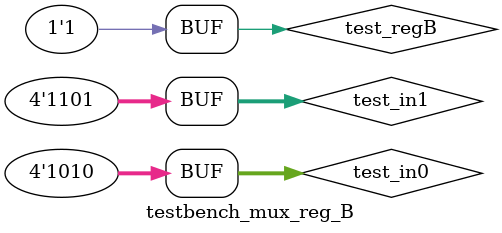
<source format=v>
module testbench_mux_reg_B();
    
    reg  [3:0]test_in0;
    reg  [3:0]test_in1;
    wire [3:0]test_rn2;
    reg test_regB;
    mux_reg_B uut(.in0(test_in0),.in1(test_in1),.regB(test_regB),.rn2(test_rn2));

    initial begin
        test_in0 = 4'b1010;
        test_in1 = 4'b1101;
    end

    initial begin
        test_regB = 1'b0;
        #5 test_regB = 1'b1;
    end

    initial begin
        $monitor("RegB = %b, Rn_2 = %b",test_regB,test_rn2);
    end


endmodule
</source>
